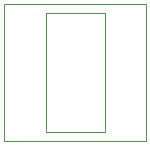
<source format=gbr>
%TF.GenerationSoftware,KiCad,Pcbnew,7.0.9*%
%TF.CreationDate,2025-02-20T13:49:26-05:00*%
%TF.ProjectId,SOIC16_2_SO16_panelized,534f4943-3136-45f3-925f-534f31365f70,rev?*%
%TF.SameCoordinates,Original*%
%TF.FileFunction,Profile,NP*%
%FSLAX46Y46*%
G04 Gerber Fmt 4.6, Leading zero omitted, Abs format (unit mm)*
G04 Created by KiCad (PCBNEW 7.0.9) date 2025-02-20 13:49:26*
%MOMM*%
%LPD*%
G01*
G04 APERTURE LIST*
%TA.AperFunction,Profile*%
%ADD10C,0.100000*%
%TD*%
G04 APERTURE END LIST*
D10*
X128016000Y-100304600D02*
X128016000Y-90170000D01*
X132969000Y-100304600D02*
X132969000Y-90170000D01*
X128016000Y-100304600D02*
X132969000Y-100304600D01*
X128016000Y-90170000D02*
X132969000Y-90170000D01*
X124460000Y-89408000D02*
X124460000Y-101041200D01*
X136474200Y-101041200D02*
X124460000Y-101041200D01*
X136474200Y-89408000D02*
X136474200Y-101041200D01*
X124460000Y-89408000D02*
X136474200Y-89408000D01*
M02*

</source>
